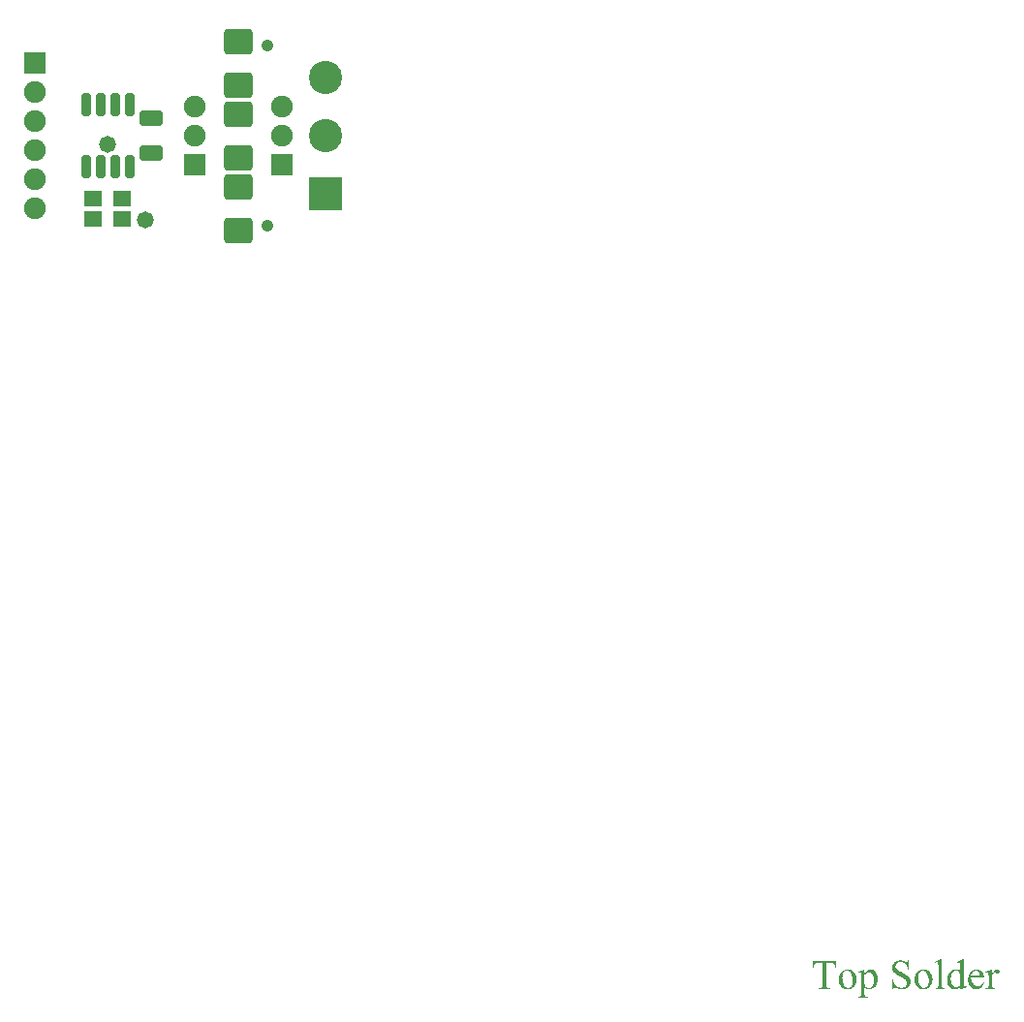
<source format=gbr>
%TF.GenerationSoftware,Altium Limited,Altium Designer,21.3.0 (21)*%
G04 Layer_Color=8388736*
%FSLAX45Y45*%
%MOMM*%
%TF.SameCoordinates,798F48EE-B9F3-42F3-8741-5E889E50E555*%
%TF.FilePolarity,Negative*%
%TF.FileFunction,Soldermask,Top*%
%TF.Part,Single*%
G01*
G75*
%TA.AperFunction,ComponentPad*%
%ADD25C,2.90320*%
%ADD26R,2.90320X2.90320*%
%ADD27C,1.90320*%
%ADD28R,1.90320X1.90320*%
%ADD29R,1.90320X1.90320*%
%TA.AperFunction,ViaPad*%
%ADD30C,1.06680*%
%ADD31C,1.47320*%
%TA.AperFunction,SMDPad,CuDef*%
G04:AMPARAMS|DCode=36|XSize=0.8032mm|YSize=1.9812mm|CornerRadius=0.1616mm|HoleSize=0mm|Usage=FLASHONLY|Rotation=180.000|XOffset=0mm|YOffset=0mm|HoleType=Round|Shape=RoundedRectangle|*
%AMROUNDEDRECTD36*
21,1,0.80320,1.65800,0,0,180.0*
21,1,0.48000,1.98120,0,0,180.0*
1,1,0.32320,-0.24000,0.82900*
1,1,0.32320,0.24000,0.82900*
1,1,0.32320,0.24000,-0.82900*
1,1,0.32320,-0.24000,-0.82900*
%
%ADD36ROUNDEDRECTD36*%
G04:AMPARAMS|DCode=37|XSize=2.4892mm|YSize=2.2352mm|CornerRadius=0.3048mm|HoleSize=0mm|Usage=FLASHONLY|Rotation=0.000|XOffset=0mm|YOffset=0mm|HoleType=Round|Shape=RoundedRectangle|*
%AMROUNDEDRECTD37*
21,1,2.48920,1.62560,0,0,0.0*
21,1,1.87960,2.23520,0,0,0.0*
1,1,0.60960,0.93980,-0.81280*
1,1,0.60960,-0.93980,-0.81280*
1,1,0.60960,-0.93980,0.81280*
1,1,0.60960,0.93980,0.81280*
%
%ADD37ROUNDEDRECTD37*%
G04:AMPARAMS|DCode=38|XSize=2.0032mm|YSize=1.3032mm|CornerRadius=0.2116mm|HoleSize=0mm|Usage=FLASHONLY|Rotation=0.000|XOffset=0mm|YOffset=0mm|HoleType=Round|Shape=RoundedRectangle|*
%AMROUNDEDRECTD38*
21,1,2.00320,0.88000,0,0,0.0*
21,1,1.58000,1.30320,0,0,0.0*
1,1,0.42320,0.79000,-0.44000*
1,1,0.42320,-0.79000,-0.44000*
1,1,0.42320,-0.79000,0.44000*
1,1,0.42320,0.79000,0.44000*
%
%ADD38ROUNDEDRECTD38*%
G04:AMPARAMS|DCode=39|XSize=1.6032mm|YSize=1.4032mm|CornerRadius=0.2216mm|HoleSize=0mm|Usage=FLASHONLY|Rotation=0.000|XOffset=0mm|YOffset=0mm|HoleType=Round|Shape=RoundedRectangle|*
%AMROUNDEDRECTD39*
21,1,1.60320,0.96000,0,0,0.0*
21,1,1.16000,1.40320,0,0,0.0*
1,1,0.44320,0.58000,-0.48000*
1,1,0.44320,-0.58000,-0.48000*
1,1,0.44320,-0.58000,0.48000*
1,1,0.44320,0.58000,0.48000*
%
%ADD39ROUNDEDRECTD39*%
G36*
X30811682Y12522350D02*
X30804913D01*
Y12522689D01*
Y12523366D01*
X30804572Y12524720D01*
X30804236Y12526413D01*
X30803897Y12528445D01*
X30803558Y12530815D01*
X30802203Y12536232D01*
X30800510Y12542327D01*
X30798480Y12548760D01*
X30796109Y12554854D01*
X30793060Y12560610D01*
Y12560949D01*
X30792722Y12561287D01*
X30791708Y12562980D01*
X30789676Y12565689D01*
X30786966Y12569075D01*
X30783582Y12572799D01*
X30779517Y12576523D01*
X30774777Y12580248D01*
X30769360Y12583634D01*
X30768683Y12583972D01*
X30766653Y12584988D01*
X30763605Y12586342D01*
X30759543Y12588035D01*
X30754803Y12589390D01*
X30749384Y12590744D01*
X30743628Y12591760D01*
X30737534Y12592098D01*
X30734488D01*
X30731100Y12591421D01*
X30726700Y12590744D01*
X30721960Y12589390D01*
X30716541Y12587358D01*
X30711462Y12584311D01*
X30706723Y12580586D01*
X30706384Y12579909D01*
X30705029Y12578555D01*
X30703000Y12576185D01*
X30700967Y12573138D01*
X30698596Y12569075D01*
X30696906Y12564673D01*
X30695551Y12559933D01*
X30694873Y12554516D01*
Y12554177D01*
Y12552823D01*
X30695212Y12550453D01*
X30695889Y12548083D01*
X30696564Y12545035D01*
X30697919Y12541650D01*
X30699951Y12537925D01*
X30702322Y12534539D01*
X30703000Y12533862D01*
X30703677Y12533185D01*
X30704691Y12532169D01*
X30706046Y12530815D01*
X30708078Y12529122D01*
X30710446Y12527091D01*
X30713156Y12525059D01*
X30716541Y12522689D01*
X30720267Y12519980D01*
X30724667Y12516933D01*
X30729407Y12513547D01*
X30734824Y12510161D01*
X30741257Y12506776D01*
X30748029Y12502713D01*
X30755478Y12498650D01*
X30755817Y12498311D01*
X30756833Y12497972D01*
X30758865Y12496957D01*
X30760895Y12495602D01*
X30763605Y12494248D01*
X30766992Y12492217D01*
X30774100Y12488154D01*
X30781549Y12483752D01*
X30789337Y12479012D01*
X30796448Y12474610D01*
X30799155Y12472579D01*
X30801865Y12470547D01*
X30802542Y12470209D01*
X30803897Y12468854D01*
X30806265Y12466823D01*
X30808975Y12464114D01*
X30812021Y12460728D01*
X30815408Y12456665D01*
X30818454Y12452264D01*
X30821164Y12447524D01*
X30821503Y12446847D01*
X30822180Y12445154D01*
X30823196Y12442445D01*
X30824548Y12439059D01*
X30825903Y12434996D01*
X30826920Y12430256D01*
X30827597Y12425177D01*
X30827936Y12419760D01*
Y12419421D01*
Y12418406D01*
Y12417051D01*
X30827597Y12415020D01*
X30827258Y12412650D01*
X30826920Y12409941D01*
X30825226Y12403508D01*
X30822519Y12396059D01*
X30820825Y12391996D01*
X30818793Y12387933D01*
X30816425Y12383870D01*
X30813376Y12379807D01*
X30809991Y12375744D01*
X30806265Y12372020D01*
X30805927Y12371681D01*
X30805249Y12371343D01*
X30804236Y12370327D01*
X30802542Y12368973D01*
X30800171Y12367618D01*
X30797800Y12365925D01*
X30794754Y12363894D01*
X30791367Y12362201D01*
X30787643Y12360508D01*
X30783582Y12358477D01*
X30778842Y12356784D01*
X30774100Y12355429D01*
X30769022Y12354075D01*
X30763266Y12353398D01*
X30757510Y12352721D01*
X30751416Y12352382D01*
X30747690D01*
X30744983Y12352721D01*
X30741934D01*
X30738550Y12353059D01*
X30731439Y12354075D01*
X30731100D01*
X30730423Y12354414D01*
X30728732Y12354752D01*
X30726700Y12355429D01*
X30723312Y12356107D01*
X30719589Y12357122D01*
X30714511Y12358815D01*
X30708417Y12360508D01*
X30708078D01*
X30707739Y12360847D01*
X30705707Y12361524D01*
X30702661Y12362201D01*
X30699274Y12363555D01*
X30695551Y12364571D01*
X30691824Y12365248D01*
X30688779Y12365925D01*
X30686407Y12366264D01*
X30685730D01*
X30684039Y12365925D01*
X30681668Y12365248D01*
X30679297Y12363555D01*
X30678958Y12362878D01*
X30678281Y12362201D01*
X30677942Y12361185D01*
X30677267Y12359492D01*
X30676590Y12357800D01*
X30675912Y12355429D01*
X30675574Y12352382D01*
X30668802D01*
Y12435673D01*
X30675574D01*
Y12435335D01*
X30675912Y12434658D01*
Y12433303D01*
X30676251Y12431272D01*
X30676929Y12429240D01*
X30677267Y12426532D01*
X30678622Y12420776D01*
X30680652Y12414343D01*
X30682684Y12407910D01*
X30685052Y12401477D01*
X30687762Y12396059D01*
X30688101Y12395382D01*
X30689456Y12394028D01*
X30691147Y12391658D01*
X30693857Y12388610D01*
X30697244Y12385225D01*
X30701645Y12381500D01*
X30706384Y12378114D01*
X30712140Y12374729D01*
X30712479D01*
X30712817Y12374390D01*
X30713834Y12374051D01*
X30714850Y12373374D01*
X30718234Y12372020D01*
X30722635Y12370666D01*
X30728055Y12368973D01*
X30734149Y12367618D01*
X30740582Y12366603D01*
X30747690Y12366264D01*
X30749722D01*
X30751416Y12366603D01*
X30755478Y12366941D01*
X30760556Y12367618D01*
X30765976Y12369311D01*
X30772070Y12371343D01*
X30777826Y12374051D01*
X30782904Y12378114D01*
X30783582Y12378792D01*
X30784937Y12380146D01*
X30786966Y12382855D01*
X30789676Y12385902D01*
X30792047Y12389965D01*
X30794077Y12394705D01*
X30795432Y12400122D01*
X30796109Y12405878D01*
Y12406217D01*
Y12407571D01*
X30795770Y12409264D01*
X30795432Y12411634D01*
X30794754Y12414343D01*
X30794077Y12417390D01*
X30792722Y12420776D01*
X30791031Y12424162D01*
X30790692Y12424500D01*
X30790015Y12425854D01*
X30788998Y12427547D01*
X30787305Y12429917D01*
X30785275Y12432288D01*
X30782565Y12435335D01*
X30779517Y12438382D01*
X30775793Y12441429D01*
X30775455Y12441768D01*
X30774100Y12442445D01*
X30771732Y12443799D01*
X30770377Y12444815D01*
X30768344Y12446169D01*
X30765976Y12447524D01*
X30763266Y12449217D01*
X30760220Y12450910D01*
X30756494Y12452941D01*
X30752432Y12455311D01*
X30748029Y12458020D01*
X30742950Y12460728D01*
X30737195Y12463776D01*
X30736856Y12464114D01*
X30735840Y12464453D01*
X30734149Y12465469D01*
X30732117Y12466823D01*
X30729745Y12468177D01*
X30726700Y12469870D01*
X30719928Y12473933D01*
X30712817Y12478335D01*
X30705368Y12483075D01*
X30698596Y12487476D01*
X30695551Y12489508D01*
X30692841Y12491539D01*
X30692163Y12491878D01*
X30690811Y12493232D01*
X30688440Y12495602D01*
X30685730Y12498311D01*
X30682346Y12501697D01*
X30679297Y12505760D01*
X30675912Y12509823D01*
X30673203Y12514563D01*
X30672864Y12515240D01*
X30672189Y12516933D01*
X30671173Y12519303D01*
X30669818Y12522689D01*
X30668463Y12526752D01*
X30667447Y12531492D01*
X30666769Y12536909D01*
X30666431Y12542327D01*
Y12542665D01*
Y12543342D01*
Y12545035D01*
X30666769Y12546728D01*
X30667108Y12549098D01*
X30667447Y12551468D01*
X30668802Y12557901D01*
X30671173Y12564673D01*
X30672864Y12568398D01*
X30674896Y12572461D01*
X30677267Y12576185D01*
X30679974Y12579909D01*
X30683023Y12583634D01*
X30686407Y12587358D01*
X30686746Y12587697D01*
X30687424Y12588035D01*
X30688440Y12589051D01*
X30690131Y12590405D01*
X30691824Y12591760D01*
X30694196Y12593453D01*
X30697244Y12595145D01*
X30700290Y12596838D01*
X30703677Y12598531D01*
X30707739Y12600224D01*
X30716202Y12603271D01*
X30726022Y12605642D01*
X30731439Y12605980D01*
X30737195Y12606319D01*
X30740582D01*
X30742273Y12605980D01*
X30744305D01*
X30749722Y12605303D01*
X30755817Y12603949D01*
X30762589Y12602256D01*
X30770038Y12599886D01*
X30778165Y12596838D01*
X30778503Y12596500D01*
X30779858Y12596161D01*
X30781549Y12595484D01*
X30783920Y12594807D01*
X30788321Y12593114D01*
X30790692Y12592775D01*
X30792383Y12592437D01*
X30793060D01*
X30795093Y12592775D01*
X30797464Y12593453D01*
X30799832Y12595145D01*
X30800510Y12595823D01*
X30800848Y12596500D01*
X30801526Y12597516D01*
X30802542Y12599208D01*
X30803220Y12600901D01*
X30804236Y12603271D01*
X30804913Y12606319D01*
X30811682D01*
Y12522350D01*
D02*
G37*
G36*
X30175827Y12543681D02*
X30168716D01*
Y12544020D01*
Y12544358D01*
X30168378Y12546051D01*
X30168039Y12548760D01*
X30167361Y12552146D01*
X30166006Y12559256D01*
X30164993Y12562642D01*
X30163638Y12565350D01*
X30163300Y12565689D01*
X30162622Y12567043D01*
X30161267Y12568736D01*
X30159573Y12571106D01*
X30157544Y12573476D01*
X30154834Y12576185D01*
X30152127Y12578555D01*
X30148740Y12580586D01*
X30148401Y12580925D01*
X30147046Y12581264D01*
X30145016Y12582279D01*
X30142307Y12583295D01*
X30138922Y12583972D01*
X30134518Y12584988D01*
X30129779Y12585327D01*
X30124362Y12585665D01*
X30090503D01*
Y12399784D01*
Y12399445D01*
Y12398768D01*
Y12397752D01*
Y12396059D01*
X30090842Y12392335D01*
X30091180Y12387933D01*
X30091519Y12383193D01*
X30092535Y12378792D01*
X30093552Y12374729D01*
X30094568Y12373374D01*
X30095245Y12372020D01*
X30095581Y12371681D01*
X30096597Y12371004D01*
X30098291Y12369650D01*
X30100323Y12368296D01*
X30103369Y12366941D01*
X30107095Y12365587D01*
X30111157Y12364910D01*
X30116235Y12364571D01*
X30124701D01*
Y12357800D01*
X30021094D01*
Y12364571D01*
X30032269D01*
X30034976Y12364910D01*
X30038361Y12365587D01*
X30041748Y12366941D01*
X30045471Y12368296D01*
X30048859Y12370666D01*
X30051904Y12373713D01*
X30052243Y12374051D01*
X30052582Y12375067D01*
X30053259Y12376760D01*
X30053937Y12379130D01*
X30054614Y12382516D01*
X30055292Y12387256D01*
X30055969Y12392673D01*
Y12396059D01*
Y12399784D01*
Y12585665D01*
X30020755D01*
X30017032Y12585327D01*
X30009244Y12584649D01*
X30005521Y12583972D01*
X30002472Y12582957D01*
X30002133D01*
X30000778Y12582279D01*
X29999088Y12581264D01*
X29997055Y12579909D01*
X29994345Y12578216D01*
X29991638Y12575846D01*
X29988928Y12573138D01*
X29986221Y12569752D01*
X29985883Y12569413D01*
X29985205Y12568059D01*
X29984189Y12566027D01*
X29982834Y12562980D01*
X29981479Y12559256D01*
X29980466Y12554854D01*
X29979449Y12549437D01*
X29978772Y12543681D01*
X29972000D01*
X29974371Y12600901D01*
X30173456D01*
X30175827Y12543681D01*
D02*
G37*
G36*
X31290439Y12422469D02*
Y12422130D01*
Y12421114D01*
Y12419760D01*
Y12417729D01*
Y12415697D01*
Y12412988D01*
Y12407232D01*
X31290778Y12401138D01*
Y12395382D01*
X31291116Y12393012D01*
Y12390642D01*
X31291455Y12388610D01*
Y12387256D01*
Y12386918D01*
X31291794Y12386240D01*
X31292130Y12385225D01*
X31292471Y12383870D01*
X31293823Y12380823D01*
X31294839Y12379469D01*
X31295856Y12378453D01*
X31296533Y12378114D01*
X31297888Y12377437D01*
X31300256Y12376422D01*
X31302966Y12376083D01*
X31303983D01*
X31304996Y12376422D01*
X31306351D01*
X31308044Y12376760D01*
X31310416Y12377437D01*
X31313123Y12378114D01*
X31315833Y12379130D01*
X31317862Y12372697D01*
X31269107Y12352721D01*
X31260983D01*
Y12376083D01*
X31260306Y12375406D01*
X31258951Y12374051D01*
X31256580Y12371681D01*
X31253534Y12369311D01*
X31249808Y12366264D01*
X31245746Y12363217D01*
X31241684Y12360508D01*
X31237280Y12358138D01*
X31236603Y12357800D01*
X31235248Y12357461D01*
X31232880Y12356445D01*
X31229831Y12355429D01*
X31226108Y12354414D01*
X31222046Y12353737D01*
X31217307Y12353059D01*
X31212564Y12352721D01*
X31209857D01*
X31208163Y12353059D01*
X31205792Y12353398D01*
X31203085Y12354075D01*
X31196652Y12355429D01*
X31189203Y12358138D01*
X31185138Y12359831D01*
X31181415Y12362201D01*
X31177353Y12364571D01*
X31173288Y12367618D01*
X31169226Y12371004D01*
X31165503Y12375067D01*
X31165164Y12375406D01*
X31164487Y12376083D01*
X31163809Y12377437D01*
X31162454Y12379130D01*
X31160760Y12381500D01*
X31159067Y12383870D01*
X31157376Y12387256D01*
X31155682Y12390642D01*
X31153650Y12394705D01*
X31151959Y12399107D01*
X31150266Y12403847D01*
X31148572Y12408925D01*
X31147217Y12414343D01*
X31146542Y12420099D01*
X31145865Y12426193D01*
X31145526Y12432626D01*
Y12432965D01*
Y12434319D01*
Y12436012D01*
X31145865Y12438721D01*
X31146201Y12441768D01*
X31146542Y12445492D01*
X31147217Y12449555D01*
X31148233Y12453957D01*
X31149588Y12459036D01*
X31150943Y12464114D01*
X31152634Y12469532D01*
X31154666Y12474949D01*
X31157376Y12480366D01*
X31160422Y12486122D01*
X31163809Y12491878D01*
X31167532Y12497295D01*
X31167871Y12497634D01*
X31168549Y12498650D01*
X31169904Y12500004D01*
X31171597Y12502035D01*
X31173627Y12504067D01*
X31176337Y12506776D01*
X31179721Y12509146D01*
X31183109Y12512193D01*
X31187170Y12514902D01*
X31191235Y12517610D01*
X31195975Y12519980D01*
X31201053Y12522012D01*
X31206470Y12524043D01*
X31212225Y12525398D01*
X31218320Y12526413D01*
X31224753Y12526752D01*
X31226785D01*
X31228479Y12526413D01*
X31230170D01*
X31232541Y12526075D01*
X31237619Y12525059D01*
X31243375Y12523366D01*
X31249469Y12520657D01*
X31255225Y12517272D01*
X31260983Y12512531D01*
Y12543681D01*
Y12544020D01*
Y12545035D01*
Y12546390D01*
Y12548083D01*
Y12550453D01*
Y12552823D01*
Y12558240D01*
X31260641Y12564335D01*
X31260306Y12569752D01*
Y12572461D01*
X31259967Y12574492D01*
Y12576523D01*
X31259628Y12577878D01*
Y12578216D01*
X31259290Y12578894D01*
X31258951Y12579909D01*
X31258612Y12581264D01*
X31257257Y12584311D01*
X31256241Y12585665D01*
X31255225Y12586681D01*
X31254886Y12587020D01*
X31253195Y12588035D01*
X31251163Y12588712D01*
X31248117Y12589051D01*
X31246085D01*
X31244730Y12588712D01*
X31243036Y12588374D01*
X31241006Y12588035D01*
X31235587Y12586342D01*
X31233557Y12592775D01*
X31282312Y12612752D01*
X31290439D01*
Y12422469D01*
D02*
G37*
G36*
X31584665Y12526413D02*
X31587036Y12526075D01*
X31589407Y12525398D01*
X31592453Y12524043D01*
X31595163Y12522689D01*
X31597531Y12520657D01*
X31597870Y12520319D01*
X31598547Y12519642D01*
X31599564Y12518287D01*
X31600919Y12516594D01*
X31602271Y12514563D01*
X31603287Y12512193D01*
X31603964Y12509484D01*
X31604303Y12506776D01*
Y12506437D01*
Y12505760D01*
X31603964Y12504406D01*
X31603625Y12502713D01*
X31602271Y12498650D01*
X31601257Y12496957D01*
X31599564Y12494925D01*
X31599225Y12494587D01*
X31598886Y12494248D01*
X31597870Y12493571D01*
X31596515Y12492555D01*
X31592792Y12490862D01*
X31590762Y12490524D01*
X31588391Y12490185D01*
X31587375D01*
X31586020Y12490524D01*
X31584326Y12490862D01*
X31581958Y12491539D01*
X31579587Y12492894D01*
X31576880Y12494248D01*
X31574170Y12496280D01*
X31573831Y12496618D01*
X31572815Y12497295D01*
X31571460Y12498311D01*
X31569769Y12499665D01*
X31566043Y12501697D01*
X31564352Y12502374D01*
X31562659Y12502713D01*
X31561981D01*
X31560626Y12502374D01*
X31558594Y12501020D01*
X31557242Y12500343D01*
X31555887Y12498988D01*
X31555548Y12498650D01*
X31554532Y12497634D01*
X31552838Y12495602D01*
X31550809Y12493232D01*
X31548438Y12489846D01*
X31545392Y12485445D01*
X31542343Y12480366D01*
X31539297Y12474610D01*
Y12396059D01*
Y12395382D01*
Y12393689D01*
X31539636Y12391319D01*
Y12388272D01*
X31540649Y12381500D01*
X31541666Y12378114D01*
X31542682Y12375406D01*
Y12375067D01*
X31543021Y12374729D01*
X31544714Y12372697D01*
X31547083Y12369988D01*
X31550809Y12367280D01*
X31551147D01*
X31551825Y12366941D01*
X31553177Y12366264D01*
X31555209Y12365925D01*
X31557581Y12365248D01*
X31560626Y12364571D01*
X31564014Y12364233D01*
X31568076D01*
Y12357800D01*
X31483768D01*
Y12364233D01*
X31485800D01*
X31487833Y12364571D01*
X31490540D01*
X31496634Y12365925D01*
X31499683Y12366603D01*
X31502051Y12367957D01*
X31502390D01*
X31502728Y12368634D01*
X31504761Y12370327D01*
X31506793Y12373374D01*
X31508484Y12377437D01*
Y12377776D01*
X31508823Y12378114D01*
Y12379130D01*
X31509161Y12380823D01*
Y12383193D01*
X31509500Y12386240D01*
Y12389965D01*
Y12395044D01*
Y12458358D01*
Y12458697D01*
Y12459713D01*
Y12461067D01*
Y12462760D01*
Y12465130D01*
Y12467500D01*
Y12473256D01*
X31509161Y12479012D01*
X31508823Y12484768D01*
Y12487138D01*
X31508484Y12489169D01*
Y12490862D01*
X31508148Y12492217D01*
Y12492555D01*
X31507809Y12493232D01*
X31507132Y12495264D01*
X31505777Y12497972D01*
X31503745Y12500343D01*
X31503067Y12500681D01*
X31501712Y12501697D01*
X31499344Y12502374D01*
X31495959Y12502713D01*
X31493927D01*
X31492233Y12502374D01*
X31488510Y12501697D01*
X31483429Y12500343D01*
X31481738Y12506776D01*
X31531509Y12526752D01*
X31539297D01*
Y12489508D01*
X31539636Y12489846D01*
X31540311Y12491201D01*
X31541327Y12492894D01*
X31542682Y12495264D01*
X31544714Y12498311D01*
X31546744Y12501358D01*
X31552161Y12508130D01*
X31558594Y12514902D01*
X31561981Y12518287D01*
X31565704Y12520996D01*
X31569431Y12523366D01*
X31573154Y12525059D01*
X31577216Y12526413D01*
X31581281Y12526752D01*
X31582974D01*
X31584665Y12526413D01*
D02*
G37*
G36*
X30481903D02*
X30483936Y12526075D01*
X30486646Y12525736D01*
X30492401Y12524382D01*
X30498834Y12522012D01*
X30502219Y12520319D01*
X30505606Y12518626D01*
X30509329Y12516256D01*
X30512714Y12513547D01*
X30516101Y12510500D01*
X30519150Y12507114D01*
X30519489Y12506776D01*
X30520163Y12506098D01*
X30521179Y12504744D01*
X30522195Y12502713D01*
X30523889Y12500343D01*
X30525583Y12497634D01*
X30527274Y12494248D01*
X30529306Y12490524D01*
X30531339Y12486461D01*
X30533029Y12481721D01*
X30534723Y12476642D01*
X30536417Y12471224D01*
X30537433Y12465130D01*
X30538449Y12459036D01*
X30539124Y12452602D01*
X30539462Y12445492D01*
Y12445154D01*
Y12443799D01*
Y12441429D01*
X30539124Y12438382D01*
X30538785Y12434996D01*
X30538110Y12430595D01*
X30537433Y12425854D01*
X30536417Y12420776D01*
X30535062Y12415358D01*
X30533368Y12409941D01*
X30531339Y12403847D01*
X30528967Y12398091D01*
X30526260Y12392335D01*
X30522873Y12386240D01*
X30519150Y12380823D01*
X30514746Y12375406D01*
X30514407Y12375067D01*
X30513730Y12374390D01*
X30512714Y12373374D01*
X30511023Y12372020D01*
X30509329Y12369988D01*
X30506961Y12368296D01*
X30503912Y12366264D01*
X30500864Y12364233D01*
X30497479Y12361862D01*
X30493756Y12359831D01*
X30484952Y12356445D01*
X30480212Y12354752D01*
X30475134Y12353737D01*
X30470053Y12353059D01*
X30464297Y12352721D01*
X30461929D01*
X30459558Y12353059D01*
X30456512Y12353398D01*
X30452786Y12353737D01*
X30449063Y12354414D01*
X30444998Y12355429D01*
X30441275Y12356784D01*
X30440936D01*
X30439920Y12357461D01*
X30438565Y12358138D01*
X30436536Y12359154D01*
X30434164Y12360508D01*
X30431458Y12362201D01*
X30428748Y12364571D01*
X30425360Y12367280D01*
Y12317170D01*
Y12316831D01*
Y12316493D01*
Y12314461D01*
Y12311752D01*
X30425699Y12308367D01*
Y12304642D01*
X30426376Y12301256D01*
X30426715Y12298209D01*
X30427393Y12295839D01*
Y12295500D01*
X30427731Y12295162D01*
X30429086Y12293130D01*
X30431116Y12290760D01*
X30434503Y12288390D01*
X30434842D01*
X30435519Y12288052D01*
X30436874Y12287713D01*
X30438904Y12287036D01*
X30441275Y12286697D01*
X30444659Y12286020D01*
X30448386Y12285682D01*
X30453125D01*
Y12279248D01*
X30367126D01*
Y12285682D01*
X30373221D01*
X30374911Y12286020D01*
X30377283Y12286359D01*
X30382700Y12287374D01*
X30385410Y12288390D01*
X30388116Y12289745D01*
X30388794Y12290083D01*
X30390149Y12291099D01*
X30391843Y12293130D01*
X30393536Y12295839D01*
Y12296178D01*
X30393872Y12296855D01*
X30394211Y12298209D01*
X30394550Y12300241D01*
X30394888Y12303288D01*
X30395227Y12307012D01*
X30395566Y12312091D01*
Y12318185D01*
Y12473933D01*
Y12474272D01*
Y12474610D01*
Y12476642D01*
Y12479350D01*
X30395227Y12482398D01*
Y12485784D01*
X30394888Y12489169D01*
X30394550Y12491878D01*
X30393872Y12493909D01*
Y12494248D01*
X30393536Y12494587D01*
X30392856Y12496280D01*
X30391165Y12498650D01*
X30389133Y12500343D01*
X30388455Y12500681D01*
X30387103Y12501697D01*
X30384393Y12502374D01*
X30380667Y12502713D01*
X30378976D01*
X30377960Y12502374D01*
X30374234Y12501697D01*
X30369833Y12500343D01*
X30367801Y12506098D01*
X30418250Y12526075D01*
X30425360D01*
Y12488154D01*
X30426038Y12488831D01*
X30426715Y12489846D01*
X30427393Y12491201D01*
X30430099Y12494925D01*
X30433148Y12499665D01*
X30437213Y12504406D01*
X30441275Y12509484D01*
X30446014Y12514224D01*
X30450754Y12517949D01*
X30451431Y12518287D01*
X30453125Y12519303D01*
X30455496Y12520657D01*
X30458881Y12522350D01*
X30462943Y12524043D01*
X30467685Y12525398D01*
X30472763Y12526413D01*
X30477841Y12526752D01*
X30480212D01*
X30481903Y12526413D01*
D02*
G37*
G36*
X31099478Y12395044D02*
Y12394366D01*
Y12392673D01*
Y12389965D01*
X31099817Y12386579D01*
Y12383193D01*
X31100494Y12379807D01*
X31100833Y12376760D01*
X31101511Y12374390D01*
Y12374051D01*
X31101849Y12373713D01*
X31103201Y12371681D01*
X31105234Y12368973D01*
X31108282Y12366603D01*
X31108621D01*
X31109296Y12366264D01*
X31110312Y12365925D01*
X31112344Y12365587D01*
X31114713Y12364910D01*
X31117761Y12364571D01*
X31121487Y12364233D01*
X31125888D01*
Y12357800D01*
X31045306D01*
Y12364233D01*
X31049030D01*
X31051398Y12364571D01*
X31056479Y12365248D01*
X31058847Y12365587D01*
X31060541Y12366264D01*
X31060880D01*
X31061218Y12366603D01*
X31062912Y12368296D01*
X31065280Y12370666D01*
X31067313Y12374051D01*
Y12374390D01*
X31067651Y12375067D01*
X31067990Y12376760D01*
X31068668Y12378792D01*
X31069006Y12381500D01*
X31069345Y12385225D01*
X31069684Y12389626D01*
Y12395044D01*
Y12544358D01*
Y12544697D01*
Y12545713D01*
Y12547067D01*
Y12548760D01*
Y12550791D01*
Y12553500D01*
Y12558917D01*
X31069345Y12564673D01*
X31069006Y12570090D01*
Y12572461D01*
X31068668Y12574831D01*
Y12576523D01*
X31068329Y12577878D01*
Y12578216D01*
X31067990Y12578894D01*
X31067651Y12579909D01*
X31067313Y12581264D01*
X31065958Y12584311D01*
X31065280Y12585665D01*
X31064267Y12586681D01*
X31063928Y12587020D01*
X31062234Y12588035D01*
X31060202Y12588712D01*
X31057156Y12589051D01*
X31055463D01*
X31054108Y12588712D01*
X31052414Y12588374D01*
X31050385Y12588035D01*
X31045306Y12586342D01*
X31042596Y12592775D01*
X31091351Y12612752D01*
X31099478D01*
Y12395044D01*
D02*
G37*
G36*
X31410635Y12526413D02*
X31413004Y12526075D01*
X31415714Y12525736D01*
X31422147Y12524382D01*
X31429257Y12522350D01*
X31436707Y12518965D01*
X31440430Y12516933D01*
X31444156Y12514563D01*
X31447879Y12511854D01*
X31451266Y12508469D01*
X31451602Y12508130D01*
X31451941Y12507791D01*
X31452957Y12506437D01*
X31453973Y12505083D01*
X31455328Y12503390D01*
X31457022Y12501020D01*
X31458713Y12498650D01*
X31460406Y12495602D01*
X31461761Y12492217D01*
X31463455Y12488492D01*
X31465146Y12484429D01*
X31466501Y12480366D01*
X31468533Y12470547D01*
X31468872Y12465130D01*
X31469211Y12459713D01*
X31355786D01*
Y12459374D01*
Y12458020D01*
Y12456327D01*
X31356122Y12453618D01*
Y12450571D01*
X31356799Y12447185D01*
X31357138Y12443122D01*
X31357816Y12438721D01*
X31359848Y12429579D01*
X31363232Y12420099D01*
X31365265Y12415358D01*
X31367636Y12410957D01*
X31370343Y12406555D01*
X31373392Y12402492D01*
X31373730Y12402154D01*
X31374069Y12401477D01*
X31375085Y12400461D01*
X31376437Y12399445D01*
X31378131Y12397752D01*
X31380502Y12396059D01*
X31385242Y12392335D01*
X31391675Y12388272D01*
X31398785Y12385225D01*
X31402509Y12383870D01*
X31406573Y12382855D01*
X31410974Y12382177D01*
X31415375Y12381839D01*
X31418085D01*
X31421130Y12382177D01*
X31424854Y12382855D01*
X31429257Y12383870D01*
X31433997Y12385563D01*
X31438736Y12387595D01*
X31443478Y12390303D01*
X31444156Y12390642D01*
X31445508Y12391996D01*
X31447879Y12394366D01*
X31450589Y12397414D01*
X31453973Y12401815D01*
X31457358Y12406894D01*
X31460745Y12413327D01*
X31463791Y12421114D01*
X31469211Y12417390D01*
Y12417051D01*
X31468872Y12416374D01*
Y12415020D01*
X31468195Y12413327D01*
X31467856Y12410957D01*
X31466840Y12408587D01*
X31464807Y12402492D01*
X31462100Y12395721D01*
X31458374Y12388272D01*
X31453296Y12380485D01*
X31447202Y12372697D01*
X31446863Y12372359D01*
X31446524Y12371681D01*
X31445508Y12371004D01*
X31443817Y12369650D01*
X31442123Y12367957D01*
X31440091Y12366264D01*
X31437720Y12364571D01*
X31434674Y12362878D01*
X31428241Y12359154D01*
X31420453Y12355768D01*
X31416052Y12354414D01*
X31411652Y12353737D01*
X31406912Y12353059D01*
X31401831Y12352721D01*
X31399124D01*
X31396753Y12353059D01*
X31394382Y12353398D01*
X31391336Y12354075D01*
X31387949Y12354752D01*
X31384564Y12355429D01*
X31376437Y12358138D01*
X31372375Y12360170D01*
X31367975Y12362201D01*
X31363910Y12364910D01*
X31359509Y12367957D01*
X31355447Y12371343D01*
X31351382Y12375406D01*
X31351044Y12375744D01*
X31350366Y12376422D01*
X31349353Y12377776D01*
X31347998Y12379469D01*
X31346643Y12381839D01*
X31344611Y12384886D01*
X31342920Y12387933D01*
X31340887Y12391658D01*
X31338855Y12396059D01*
X31337164Y12400799D01*
X31335132Y12405878D01*
X31333777Y12411295D01*
X31332422Y12417051D01*
X31331406Y12423484D01*
X31330731Y12430256D01*
X31330392Y12437366D01*
Y12437705D01*
Y12439059D01*
Y12441429D01*
X31330731Y12444477D01*
X31331067Y12447862D01*
X31331406Y12451925D01*
X31332083Y12456327D01*
X31333099Y12461406D01*
X31335471Y12471902D01*
X31337500Y12477319D01*
X31339532Y12482736D01*
X31341904Y12488154D01*
X31344611Y12493571D01*
X31347998Y12498311D01*
X31351721Y12503051D01*
X31352060Y12503390D01*
X31352737Y12504067D01*
X31354092Y12505083D01*
X31355786Y12506776D01*
X31357816Y12508469D01*
X31360187Y12510500D01*
X31363232Y12512870D01*
X31366620Y12514902D01*
X31370343Y12517272D01*
X31374408Y12519303D01*
X31378809Y12521335D01*
X31383887Y12523028D01*
X31388965Y12524720D01*
X31394382Y12525736D01*
X31399799Y12526413D01*
X31405896Y12526752D01*
X31408603D01*
X31410635Y12526413D01*
D02*
G37*
G36*
X30943393D02*
X30945761D01*
X30949149Y12525736D01*
X30952533Y12525398D01*
X30956595Y12524382D01*
X30960999Y12523366D01*
X30965738Y12521673D01*
X30970816Y12519980D01*
X30975558Y12517610D01*
X30980637Y12514902D01*
X30985715Y12511516D01*
X30990454Y12507791D01*
X30995193Y12503390D01*
X30999597Y12498311D01*
X30999936Y12497972D01*
X31000275Y12497295D01*
X31001288Y12495941D01*
X31002643Y12493909D01*
X31003998Y12491878D01*
X31005692Y12488831D01*
X31007385Y12485784D01*
X31009415Y12482398D01*
X31011108Y12478335D01*
X31012802Y12473933D01*
X31015848Y12464453D01*
X31017203Y12459374D01*
X31018219Y12453957D01*
X31018558Y12448539D01*
X31018896Y12442784D01*
Y12442445D01*
Y12441768D01*
Y12440752D01*
Y12439059D01*
X31018558Y12437028D01*
X31018219Y12434658D01*
X31017542Y12428902D01*
X31016187Y12422130D01*
X31014493Y12414681D01*
X31011786Y12406555D01*
X31008060Y12398091D01*
Y12397752D01*
X31007721Y12397075D01*
X31007047Y12396059D01*
X31006030Y12394366D01*
X31003659Y12390303D01*
X31000613Y12385225D01*
X30996210Y12379807D01*
X30991470Y12374051D01*
X30985715Y12368634D01*
X30978943Y12363894D01*
X30978604D01*
X30978265Y12363555D01*
X30977249Y12362878D01*
X30975558Y12362201D01*
X30973865Y12361185D01*
X30971832Y12360508D01*
X30966754Y12358477D01*
X30960660Y12356107D01*
X30953549Y12354414D01*
X30946100Y12353059D01*
X30937637Y12352721D01*
X30935944D01*
X30934250Y12353059D01*
X30931540D01*
X30928494Y12353737D01*
X30924771Y12354414D01*
X30920706Y12355091D01*
X30916306Y12356445D01*
X30911905Y12358138D01*
X30907162Y12359831D01*
X30902084Y12362201D01*
X30897345Y12365248D01*
X30892267Y12368634D01*
X30887527Y12372359D01*
X30883124Y12377099D01*
X30878723Y12382177D01*
X30878384Y12382516D01*
X30878046Y12383193D01*
X30877029Y12384547D01*
X30876013Y12386579D01*
X30874661Y12388949D01*
X30872968Y12391658D01*
X30871274Y12394705D01*
X30869580Y12398429D01*
X30867889Y12402492D01*
X30866196Y12406555D01*
X30863147Y12416036D01*
X30861115Y12426870D01*
X30860779Y12432288D01*
X30860440Y12438043D01*
Y12438382D01*
Y12439059D01*
Y12440414D01*
X30860779Y12442106D01*
Y12444138D01*
X30861115Y12446508D01*
X30861792Y12452264D01*
X30863147Y12459036D01*
X30865179Y12466484D01*
X30867889Y12474610D01*
X30871613Y12483075D01*
Y12483413D01*
X30872290Y12484091D01*
X30872629Y12485106D01*
X30873645Y12486799D01*
X30876013Y12490862D01*
X30879401Y12495602D01*
X30883801Y12501020D01*
X30888879Y12506437D01*
X30894635Y12511516D01*
X30901068Y12515917D01*
X30901407D01*
X30901746Y12516256D01*
X30902762Y12516933D01*
X30904117Y12517610D01*
X30907840Y12519303D01*
X30912918Y12521335D01*
X30918674Y12523366D01*
X30925107Y12525059D01*
X30932220Y12526413D01*
X30939667Y12526752D01*
X30941360D01*
X30943393Y12526413D01*
D02*
G37*
G36*
X30280447D02*
X30282819D01*
X30286203Y12525736D01*
X30289590Y12525398D01*
X30293652Y12524382D01*
X30298053Y12523366D01*
X30302795Y12521673D01*
X30307874Y12519980D01*
X30312613Y12517610D01*
X30317691Y12514902D01*
X30322772Y12511516D01*
X30327512Y12507791D01*
X30332251Y12503390D01*
X30336652Y12498311D01*
X30336990Y12497972D01*
X30337329Y12497295D01*
X30338345Y12495941D01*
X30339700Y12493909D01*
X30341055Y12491878D01*
X30342746Y12488831D01*
X30344440Y12485784D01*
X30346472Y12482398D01*
X30348166Y12478335D01*
X30349857Y12473933D01*
X30352905Y12464453D01*
X30354260Y12459374D01*
X30355276Y12453957D01*
X30355612Y12448539D01*
X30355951Y12442784D01*
Y12442445D01*
Y12441768D01*
Y12440752D01*
Y12439059D01*
X30355612Y12437028D01*
X30355276Y12434658D01*
X30354599Y12428902D01*
X30353244Y12422130D01*
X30351550Y12414681D01*
X30348843Y12406555D01*
X30345117Y12398091D01*
Y12397752D01*
X30344778Y12397075D01*
X30344101Y12396059D01*
X30343085Y12394366D01*
X30340717Y12390303D01*
X30337668Y12385225D01*
X30333267Y12379807D01*
X30328528Y12374051D01*
X30322772Y12368634D01*
X30316000Y12363894D01*
X30315662D01*
X30315323Y12363555D01*
X30314307Y12362878D01*
X30312613Y12362201D01*
X30310922Y12361185D01*
X30308890Y12360508D01*
X30303809Y12358477D01*
X30297717Y12356107D01*
X30290607Y12354414D01*
X30283157Y12353059D01*
X30274692Y12352721D01*
X30272998D01*
X30271307Y12353059D01*
X30268597D01*
X30265552Y12353737D01*
X30261826Y12354414D01*
X30257764Y12355091D01*
X30253363Y12356445D01*
X30248959Y12358138D01*
X30244220Y12359831D01*
X30239142Y12362201D01*
X30234402Y12365248D01*
X30229321Y12368634D01*
X30224582Y12372359D01*
X30220181Y12377099D01*
X30215778Y12382177D01*
X30215439Y12382516D01*
X30215103Y12383193D01*
X30214087Y12384547D01*
X30213071Y12386579D01*
X30211716Y12388949D01*
X30210022Y12391658D01*
X30208331Y12394705D01*
X30206638Y12398429D01*
X30204944Y12402492D01*
X30203253Y12406555D01*
X30200204Y12416036D01*
X30198172Y12426870D01*
X30197833Y12432288D01*
X30197495Y12438043D01*
Y12438382D01*
Y12439059D01*
Y12440414D01*
X30197833Y12442106D01*
Y12444138D01*
X30198172Y12446508D01*
X30198849Y12452264D01*
X30200204Y12459036D01*
X30202237Y12466484D01*
X30204944Y12474610D01*
X30208670Y12483075D01*
Y12483413D01*
X30209344Y12484091D01*
X30209686Y12485106D01*
X30210699Y12486799D01*
X30213071Y12490862D01*
X30216455Y12495602D01*
X30220859Y12501020D01*
X30225937Y12506437D01*
X30231693Y12511516D01*
X30238126Y12515917D01*
X30238464D01*
X30238803Y12516256D01*
X30239819Y12516933D01*
X30241174Y12517610D01*
X30244897Y12519303D01*
X30249976Y12521335D01*
X30255731Y12523366D01*
X30262164Y12525059D01*
X30269275Y12526413D01*
X30276724Y12526752D01*
X30278418D01*
X30280447Y12526413D01*
D02*
G37*
%LPC*%
G36*
X31222723Y12515579D02*
X31222046D01*
X31220013Y12515240D01*
X31216965Y12514902D01*
X31213242Y12513886D01*
X31208841Y12512193D01*
X31204099Y12509484D01*
X31199359Y12506098D01*
X31194620Y12501358D01*
X31194281Y12501020D01*
X31193942Y12500343D01*
X31193265Y12499327D01*
X31192249Y12497972D01*
X31190894Y12495941D01*
X31189542Y12493571D01*
X31188187Y12490862D01*
X31186493Y12487476D01*
X31185138Y12484091D01*
X31183447Y12480028D01*
X31182092Y12475287D01*
X31181076Y12470547D01*
X31179721Y12465130D01*
X31179044Y12459374D01*
X31178705Y12453280D01*
X31178369Y12446847D01*
Y12446508D01*
Y12445154D01*
Y12443461D01*
X31178705Y12440752D01*
Y12437705D01*
X31179044Y12434319D01*
X31179721Y12430595D01*
X31180399Y12426193D01*
X31182092Y12417390D01*
X31184802Y12408248D01*
X31188864Y12399107D01*
X31191235Y12395044D01*
X31193942Y12391319D01*
X31194281Y12390981D01*
X31194620Y12390642D01*
X31196652Y12388272D01*
X31200037Y12385225D01*
X31204437Y12381839D01*
X31209518Y12378453D01*
X31215613Y12375406D01*
X31222046Y12373036D01*
X31225430Y12372697D01*
X31229156Y12372359D01*
X31229831D01*
X31231863Y12372697D01*
X31235248Y12373374D01*
X31239313Y12374390D01*
X31244052Y12376422D01*
X31249469Y12379130D01*
X31255225Y12383193D01*
X31257935Y12385902D01*
X31260983Y12388610D01*
Y12472917D01*
Y12473595D01*
X31260641Y12474949D01*
X31260306Y12477319D01*
X31259628Y12480366D01*
X31258612Y12483752D01*
X31257596Y12487476D01*
X31255902Y12491201D01*
X31254211Y12494925D01*
X31253870Y12495264D01*
X31253195Y12496618D01*
X31252179Y12498311D01*
X31250485Y12500681D01*
X31248453Y12503051D01*
X31246085Y12505760D01*
X31243036Y12508130D01*
X31239990Y12510161D01*
X31239651Y12510500D01*
X31238635Y12511177D01*
X31236603Y12511854D01*
X31234573Y12512870D01*
X31231863Y12513886D01*
X31229156Y12514902D01*
X31225769Y12515240D01*
X31222723Y12515579D01*
D02*
G37*
G36*
X30463620Y12501020D02*
X30462268D01*
X30460574Y12500681D01*
X30458203Y12500343D01*
X30455835Y12500004D01*
X30452786Y12499327D01*
X30449738Y12497972D01*
X30446692Y12496618D01*
X30446353D01*
X30445337Y12495941D01*
X30443982Y12494587D01*
X30441614Y12492894D01*
X30438565Y12490524D01*
X30434842Y12487138D01*
X30430441Y12482736D01*
X30425360Y12477319D01*
Y12415697D01*
Y12415358D01*
Y12414681D01*
Y12413666D01*
Y12412650D01*
Y12408925D01*
X30425699Y12404862D01*
Y12400461D01*
X30426038Y12396398D01*
X30426376Y12392673D01*
X30426715Y12389626D01*
Y12389288D01*
X30427393Y12387933D01*
X30428070Y12385902D01*
X30429425Y12383532D01*
X30431116Y12380485D01*
X30433148Y12377437D01*
X30435858Y12374390D01*
X30439243Y12371343D01*
X30439581Y12371004D01*
X30440936Y12369988D01*
X30443307Y12368973D01*
X30446014Y12367618D01*
X30449738Y12365925D01*
X30453802Y12364910D01*
X30458542Y12363894D01*
X30463959Y12363555D01*
X30465652D01*
X30467007Y12363894D01*
X30470392Y12364233D01*
X30474457Y12365248D01*
X30478857Y12366941D01*
X30483936Y12369311D01*
X30488675Y12372697D01*
X30493079Y12377437D01*
X30493417Y12377776D01*
X30493756Y12378453D01*
X30494431Y12379469D01*
X30495447Y12380823D01*
X30496463Y12382855D01*
X30497818Y12384886D01*
X30499173Y12387595D01*
X30500528Y12390642D01*
X30501880Y12394366D01*
X30502896Y12398091D01*
X30504251Y12402154D01*
X30505267Y12406894D01*
X30506281Y12411973D01*
X30506961Y12417051D01*
X30507635Y12422807D01*
Y12428902D01*
Y12429240D01*
Y12430595D01*
Y12432626D01*
X30507297Y12434996D01*
Y12438382D01*
X30506622Y12441768D01*
X30506281Y12445831D01*
X30505606Y12450232D01*
X30503574Y12459713D01*
X30500528Y12469193D01*
X30498834Y12473933D01*
X30496463Y12478335D01*
X30494092Y12482736D01*
X30491046Y12486799D01*
X30490369Y12487476D01*
X30489014Y12489169D01*
X30486646Y12491201D01*
X30483258Y12493909D01*
X30479196Y12496618D01*
X30474792Y12498650D01*
X30469376Y12500343D01*
X30463620Y12501020D01*
D02*
G37*
G36*
X31396075Y12513886D02*
X31395398D01*
X31393707Y12513547D01*
X31390659Y12513209D01*
X31387274Y12512531D01*
X31382870Y12510839D01*
X31378470Y12508807D01*
X31373730Y12506098D01*
X31369327Y12502035D01*
X31368988Y12501358D01*
X31367297Y12500004D01*
X31365604Y12497295D01*
X31363232Y12493909D01*
X31360864Y12489169D01*
X31358493Y12483752D01*
X31356799Y12477319D01*
X31355786Y12470209D01*
X31431967D01*
Y12470547D01*
Y12470886D01*
X31431628Y12472917D01*
Y12475626D01*
X31430951Y12478673D01*
X31429935Y12486122D01*
X31428918Y12489508D01*
X31427902Y12492217D01*
X31427563Y12492555D01*
X31427225Y12493909D01*
X31426208Y12495602D01*
X31424518Y12497972D01*
X31422824Y12500681D01*
X31420453Y12503390D01*
X31417746Y12505760D01*
X31414697Y12508130D01*
X31414359Y12508469D01*
X31413345Y12509146D01*
X31411313Y12509823D01*
X31408942Y12511177D01*
X31406232Y12512193D01*
X31403186Y12512870D01*
X31399799Y12513547D01*
X31396075Y12513886D01*
D02*
G37*
G36*
X30934250Y12515240D02*
X30932556D01*
X30930527Y12514902D01*
X30928156Y12514563D01*
X30925107Y12513886D01*
X30922061Y12512870D01*
X30918674Y12511516D01*
X30914951Y12509484D01*
X30914612Y12509146D01*
X30913257Y12508469D01*
X30911566Y12506776D01*
X30909534Y12504744D01*
X30906824Y12502035D01*
X30904456Y12498650D01*
X30901746Y12494587D01*
X30899377Y12489508D01*
X30899039Y12488831D01*
X30898361Y12487138D01*
X30897684Y12484091D01*
X30896667Y12479689D01*
X30895312Y12474610D01*
X30894635Y12468516D01*
X30893958Y12461406D01*
X30893619Y12453280D01*
Y12452941D01*
Y12451587D01*
Y12449894D01*
X30893958Y12447185D01*
Y12444138D01*
X30894296Y12440414D01*
X30894974Y12436351D01*
X30895312Y12431949D01*
X30897006Y12422469D01*
X30899716Y12411973D01*
X30903101Y12401477D01*
X30907840Y12391319D01*
X30908179Y12390981D01*
X30908517Y12390303D01*
X30909195Y12388949D01*
X30910550Y12387256D01*
X30913596Y12383193D01*
X30917999Y12378453D01*
X30923416Y12373713D01*
X30929849Y12369650D01*
X30933234Y12367957D01*
X30936960Y12366603D01*
X30941022Y12365925D01*
X30945422Y12365587D01*
X30947116D01*
X30948471Y12365925D01*
X30951517Y12366264D01*
X30955582Y12367280D01*
X30960321Y12368973D01*
X30965060Y12371681D01*
X30969800Y12375067D01*
X30974203Y12379807D01*
Y12380146D01*
X30974542Y12380485D01*
X30975217Y12381500D01*
X30975897Y12382516D01*
X30976910Y12384209D01*
X30977927Y12386240D01*
X30978943Y12388610D01*
X30979959Y12391319D01*
X30980975Y12394366D01*
X30981989Y12398091D01*
X30983005Y12402154D01*
X30984021Y12406555D01*
X30984698Y12411295D01*
X30985376Y12416713D01*
X30985715Y12422469D01*
Y12428902D01*
Y12429579D01*
Y12430933D01*
Y12433303D01*
X30985376Y12436351D01*
X30985037Y12439736D01*
X30984698Y12444138D01*
X30984021Y12448878D01*
X30983344Y12453957D01*
X30980975Y12465130D01*
X30977588Y12476642D01*
X30975558Y12482398D01*
X30973187Y12487815D01*
X30970139Y12493232D01*
X30966754Y12497972D01*
Y12498311D01*
X30966077Y12498650D01*
X30964383Y12500681D01*
X30961676Y12503390D01*
X30957950Y12506776D01*
X30953210Y12509823D01*
X30947794Y12512531D01*
X30941360Y12514563D01*
X30937973Y12514902D01*
X30934250Y12515240D01*
D02*
G37*
G36*
X30271307D02*
X30269614D01*
X30267581Y12514902D01*
X30265213Y12514563D01*
X30262164Y12513886D01*
X30259119Y12512870D01*
X30255731Y12511516D01*
X30252008Y12509484D01*
X30251669Y12509146D01*
X30250314Y12508469D01*
X30248621Y12506776D01*
X30246591Y12504744D01*
X30243881Y12502035D01*
X30241510Y12498650D01*
X30238803Y12494587D01*
X30236432Y12489508D01*
X30236093Y12488831D01*
X30235416Y12487138D01*
X30234741Y12484091D01*
X30233725Y12479689D01*
X30232370Y12474610D01*
X30231693Y12468516D01*
X30231015Y12461406D01*
X30230676Y12453280D01*
Y12452941D01*
Y12451587D01*
Y12449894D01*
X30231015Y12447185D01*
Y12444138D01*
X30231354Y12440414D01*
X30232031Y12436351D01*
X30232370Y12431949D01*
X30234061Y12422469D01*
X30236771Y12411973D01*
X30240158Y12401477D01*
X30244897Y12391319D01*
X30245236Y12390981D01*
X30245575Y12390303D01*
X30246252Y12388949D01*
X30247607Y12387256D01*
X30250653Y12383193D01*
X30255054Y12378453D01*
X30260471Y12373713D01*
X30266904Y12369650D01*
X30270291Y12367957D01*
X30274014Y12366603D01*
X30278079Y12365925D01*
X30282480Y12365587D01*
X30284174D01*
X30285526Y12365925D01*
X30288574Y12366264D01*
X30292636Y12367280D01*
X30297375Y12368973D01*
X30302118Y12371681D01*
X30306857Y12375067D01*
X30311258Y12379807D01*
Y12380146D01*
X30311597Y12380485D01*
X30312274Y12381500D01*
X30312952Y12382516D01*
X30313968Y12384209D01*
X30314984Y12386240D01*
X30316000Y12388610D01*
X30317014Y12391319D01*
X30318030Y12394366D01*
X30319046Y12398091D01*
X30320062Y12402154D01*
X30321078Y12406555D01*
X30321756Y12411295D01*
X30322433Y12416713D01*
X30322772Y12422469D01*
Y12428902D01*
Y12429579D01*
Y12430933D01*
Y12433303D01*
X30322433Y12436351D01*
X30322095Y12439736D01*
X30321756Y12444138D01*
X30321078Y12448878D01*
X30320401Y12453957D01*
X30318030Y12465130D01*
X30314645Y12476642D01*
X30312613Y12482398D01*
X30310242Y12487815D01*
X30307196Y12493232D01*
X30303809Y12497972D01*
Y12498311D01*
X30303134Y12498650D01*
X30301440Y12500681D01*
X30298734Y12503390D01*
X30295007Y12506776D01*
X30290268Y12509823D01*
X30284851Y12512531D01*
X30278418Y12514563D01*
X30275031Y12514902D01*
X30271307Y12515240D01*
D02*
G37*
%LPD*%
D25*
X25717499Y20320000D02*
D03*
Y19812000D02*
D03*
D26*
Y19303999D02*
D03*
D27*
X23177499Y19177000D02*
D03*
Y19431000D02*
D03*
Y19685001D02*
D03*
Y19939000D02*
D03*
Y20192999D02*
D03*
X25336501Y19812000D02*
D03*
Y20066000D02*
D03*
X24574500D02*
D03*
Y19812000D02*
D03*
D28*
X23177499Y20447000D02*
D03*
D29*
X25336501Y19558000D02*
D03*
X24574500D02*
D03*
D30*
X25209500Y19024600D02*
D03*
Y20599400D02*
D03*
D31*
X24142700Y19075400D02*
D03*
X23812500Y19735800D02*
D03*
D36*
X24003000Y20084500D02*
D03*
X23875999D02*
D03*
X23749001D02*
D03*
X23622000D02*
D03*
X24003000Y19539500D02*
D03*
X23875999D02*
D03*
X23749001D02*
D03*
X23622000D02*
D03*
D37*
X24955499Y19367500D02*
D03*
Y18986501D02*
D03*
Y20256500D02*
D03*
Y20637500D02*
D03*
Y20002499D02*
D03*
Y19621500D02*
D03*
D38*
X24193500Y19657001D02*
D03*
Y19967000D02*
D03*
D39*
X23939500Y19267000D02*
D03*
Y19087000D02*
D03*
X23685500Y19087000D02*
D03*
Y19267000D02*
D03*
%TF.MD5,c4a2d5edb0db1d8cfdd561798bc0ed73*%
M02*

</source>
